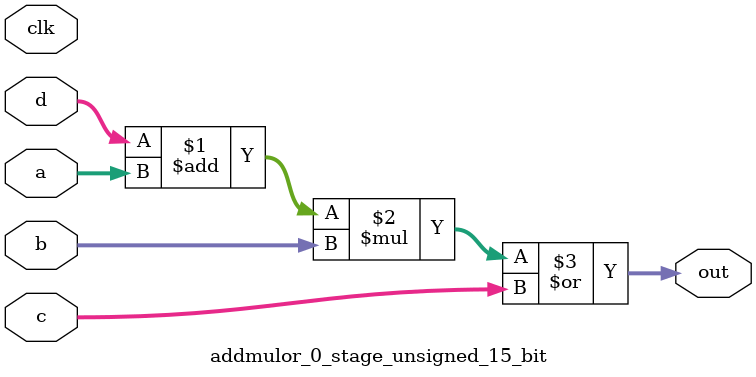
<source format=sv>
(* use_dsp = "yes" *) module addmulor_0_stage_unsigned_15_bit(
	input  [14:0] a,
	input  [14:0] b,
	input  [14:0] c,
	input  [14:0] d,
	output [14:0] out,
	input clk);

	assign out = ((d + a) * b) | c;
endmodule

</source>
